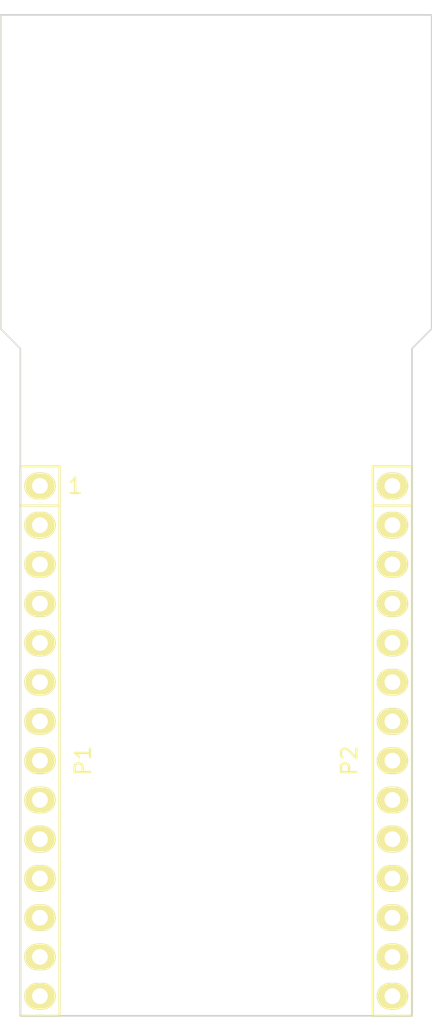
<source format=kicad_pcb>
(kicad_pcb (version 20221018) (generator pcbnew)
  (title_block (date "sam. 04 avril 2015"))
  (layers (0 "F.Cu" signal) (31 "B.Cu" signal) (34 "B.Paste" user) (35 "F.Paste" user) (36 "B.SilkS" user "B.Silkscreen") (37 "F.SilkS" user "F.Silkscreen") (38 "B.Mask" user) (39 "F.Mask" user) (44 "Edge.Cuts" user))
  (net 0 "")
  (net 1 "GND")
  (net 2 "/2")
  (net 3 "/3(**)")
  (net 4 "/4")
  (net 5 "/5(**)")
  (net 6 "/6(**)")
  (net 7 "/7")
  (net 8 "/8")
  (net 9 "/9(**)")
  (net 10 "/10(**/SCK)")
  (net 11 "/11(**/MOSI)")
  (net 12 "/12(MISO)")
  (net 13 "/13(SS)")
  (net 14 "/AREF")
  (net 15 "/RxI")
  (net 16 "/TxO")
  (net 17 "/DTR")
  (net 18 "/A0")
  (net 19 "/A1")
  (net 20 "/A2")
  (net 21 "/A3")
  (net 22 "/A4(SDA)")
  (net 23 "/A5(SCL)")
  (net 24 "/A6")
  (net 25 "/A7")
  (net 26 "+3V3")
  (footprint "Socket_Arduino_Fio:Socket_Strip_Straight_1x14" (layer "F.Cu") (at 130.048 92.456 -90)
    (fp_text reference "P1" (at 17.78 -2.794 270) (layer "F.SilkS"))
    (fp_text value "Digital")
    (fp_line (start -1.27 -1.27) (end -1.27 1.27) (stroke (width 0.15)) (layer "F.SilkS"))
    (fp_line (start -1.27 -1.27) (end 1.27 -1.27) (stroke (width 0.15)) (layer "F.SilkS"))
    (fp_line (start -1.27 1.27) (end 1.27 1.27) (stroke (width 0.15)) (layer "F.SilkS"))
    (fp_line (start 1.27 -1.27) (end 34.29 -1.27) (stroke (width 0.15)) (layer "F.SilkS"))
    (fp_line (start 1.27 1.27) (end 1.27 -1.27) (stroke (width 0.15)) (layer "F.SilkS"))
    (fp_line (start 34.29 -1.27) (end 34.29 1.27) (stroke (width 0.15)) (layer "F.SilkS"))
    (fp_line (start 34.29 1.27) (end 1.27 1.27) (stroke (width 0.15)) (layer "F.SilkS"))
    (pad "1" thru_hole oval locked (at 0 0 270) (size 1.7272 2.032) (drill 1.016) (layers "*.Cu" "*.Mask" "F.SilkS") (net 26 "+3V3"))
    (pad "2" thru_hole oval locked (at 2.54 0 270) (size 1.7272 2.032) (drill 1.016) (layers "*.Cu" "*.Mask" "F.SilkS") (net 1 "GND"))
    (pad "3" thru_hole oval locked (at 5.08 0 270) (size 1.7272 2.032) (drill 1.016) (layers "*.Cu" "*.Mask" "F.SilkS") (net 2 "/2"))
    (pad "4" thru_hole oval locked (at 7.62 0 270) (size 1.7272 2.032) (drill 1.016) (layers "*.Cu" "*.Mask" "F.SilkS") (net 3 "/3(**)"))
    (pad "5" thru_hole oval locked (at 10.16 0 270) (size 1.7272 2.032) (drill 1.016) (layers "*.Cu" "*.Mask" "F.SilkS") (net 4 "/4"))
    (pad "6" thru_hole oval locked (at 12.7 0 270) (size 1.7272 2.032) (drill 1.016) (layers "*.Cu" "*.Mask" "F.SilkS") (net 5 "/5(**)"))
    (pad "7" thru_hole oval locked (at 15.24 0 270) (size 1.7272 2.032) (drill 1.016) (layers "*.Cu" "*.Mask" "F.SilkS") (net 6 "/6(**)"))
    (pad "8" thru_hole oval locked (at 17.78 0 270) (size 1.7272 2.032) (drill 1.016) (layers "*.Cu" "*.Mask" "F.SilkS") (net 7 "/7"))
    (pad "9" thru_hole oval locked (at 20.32 0 270) (size 1.7272 2.032) (drill 1.016) (layers "*.Cu" "*.Mask" "F.SilkS") (net 8 "/8"))
    (pad "10" thru_hole oval locked (at 22.86 0 270) (size 1.7272 2.032) (drill 1.016) (layers "*.Cu" "*.Mask" "F.SilkS") (net 9 "/9(**)"))
    (pad "11" thru_hole oval locked (at 25.4 0 270) (size 1.7272 2.032) (drill 1.016) (layers "*.Cu" "*.Mask" "F.SilkS") (net 10 "/10(**/SCK)"))
    (pad "12" thru_hole oval locked (at 27.94 0 270) (size 1.7272 2.032) (drill 1.016) (layers "*.Cu" "*.Mask" "F.SilkS") (net 11 "/11(**/MOSI)"))
    (pad "13" thru_hole oval locked (at 30.48 0 270) (size 1.7272 2.032) (drill 1.016) (layers "*.Cu" "*.Mask" "F.SilkS") (net 12 "/12(MISO)"))
    (pad "14" thru_hole oval locked (at 33.02 0 270) (size 1.7272 2.032) (drill 1.016) (layers "*.Cu" "*.Mask" "F.SilkS") (net 13 "/13(SS)"))
  )
  (footprint "Socket_Arduino_Fio:Socket_Strip_Straight_1x14" (layer "F.Cu") (at 152.908 92.456 -90)
    (fp_text reference "P2" (at 17.78 2.794 270) (layer "F.SilkS"))
    (fp_text value "Analog")
    (fp_line (start -1.27 -1.27) (end -1.27 1.27) (stroke (width 0.15)) (layer "F.SilkS"))
    (fp_line (start -1.27 -1.27) (end 1.27 -1.27) (stroke (width 0.15)) (layer "F.SilkS"))
    (fp_line (start -1.27 1.27) (end 1.27 1.27) (stroke (width 0.15)) (layer "F.SilkS"))
    (fp_line (start 1.27 -1.27) (end 34.29 -1.27) (stroke (width 0.15)) (layer "F.SilkS"))
    (fp_line (start 1.27 1.27) (end 1.27 -1.27) (stroke (width 0.15)) (layer "F.SilkS"))
    (fp_line (start 34.29 -1.27) (end 34.29 1.27) (stroke (width 0.15)) (layer "F.SilkS"))
    (fp_line (start 34.29 1.27) (end 1.27 1.27) (stroke (width 0.15)) (layer "F.SilkS"))
    (pad "1" thru_hole oval locked (at 0 0 270) (size 1.7272 2.032) (drill 1.016) (layers "*.Cu" "*.Mask" "F.SilkS") (net 1 "GND"))
    (pad "2" thru_hole oval locked (at 2.54 0 270) (size 1.7272 2.032) (drill 1.016) (layers "*.Cu" "*.Mask" "F.SilkS") (net 14 "/AREF"))
    (pad "3" thru_hole oval locked (at 5.08 0 270) (size 1.7272 2.032) (drill 1.016) (layers "*.Cu" "*.Mask" "F.SilkS") (net 26 "+3V3"))
    (pad "4" thru_hole oval locked (at 7.62 0 270) (size 1.7272 2.032) (drill 1.016) (layers "*.Cu" "*.Mask" "F.SilkS") (net 15 "/RxI"))
    (pad "5" thru_hole oval locked (at 10.16 0 270) (size 1.7272 2.032) (drill 1.016) (layers "*.Cu" "*.Mask" "F.SilkS") (net 16 "/TxO"))
    (pad "6" thru_hole oval locked (at 12.7 0 270) (size 1.7272 2.032) (drill 1.016) (layers "*.Cu" "*.Mask" "F.SilkS") (net 17 "/DTR"))
    (pad "7" thru_hole oval locked (at 15.24 0 270) (size 1.7272 2.032) (drill 1.016) (layers "*.Cu" "*.Mask" "F.SilkS") (net 18 "/A0"))
    (pad "8" thru_hole oval locked (at 17.78 0 270) (size 1.7272 2.032) (drill 1.016) (layers "*.Cu" "*.Mask" "F.SilkS") (net 19 "/A1"))
    (pad "9" thru_hole oval locked (at 20.32 0 270) (size 1.7272 2.032) (drill 1.016) (layers "*.Cu" "*.Mask" "F.SilkS") (net 20 "/A2"))
    (pad "10" thru_hole oval locked (at 22.86 0 270) (size 1.7272 2.032) (drill 1.016) (layers "*.Cu" "*.Mask" "F.SilkS") (net 21 "/A3"))
    (pad "11" thru_hole oval locked (at 25.4 0 270) (size 1.7272 2.032) (drill 1.016) (layers "*.Cu" "*.Mask" "F.SilkS") (net 22 "/A4(SDA)"))
    (pad "12" thru_hole oval locked (at 27.94 0 270) (size 1.7272 2.032) (drill 1.016) (layers "*.Cu" "*.Mask" "F.SilkS") (net 23 "/A5(SCL)"))
    (pad "13" thru_hole oval locked (at 30.48 0 270) (size 1.7272 2.032) (drill 1.016) (layers "*.Cu" "*.Mask" "F.SilkS") (net 24 "/A6"))
    (pad "14" thru_hole oval locked (at 33.02 0 270) (size 1.7272 2.032) (drill 1.016) (layers "*.Cu" "*.Mask" "F.SilkS") (net 25 "/A7"))
  )
  (gr_line (start 127.508 82.296) (end 128.778 83.566) (stroke (width 0.1)) (layer "Edge.Cuts"))
  (gr_line (start 128.778 83.566) (end 128.778 126.746) (stroke (width 0.1)) (layer "Edge.Cuts"))
  (gr_line (start 128.778 126.746) (end 154.178 126.746) (stroke (width 0.1)) (layer "Edge.Cuts"))
  (gr_line (start 154.178 126.746) (end 154.178 83.566) (stroke (width 0.1)) (layer "Edge.Cuts"))
  (gr_line (start 127.508 61.976) (end 127.508 82.296) (stroke (width 0.1)) (layer "Edge.Cuts"))
  (gr_line (start 154.178 83.566) (end 155.448 82.296) (stroke (width 0.1)) (layer "Edge.Cuts"))
  (gr_line (start 155.448 82.296) (end 155.448 61.976) (stroke (width 0.1)) (layer "Edge.Cuts"))
  (gr_line (start 155.448 61.976) (end 127.508 61.976) (stroke (width 0.1)) (layer "Edge.Cuts"))
  (gr_text "1\n" (at 132.334 92.456) (layer "F.SilkS") (effects (font (size 1 1))))
)
</source>
